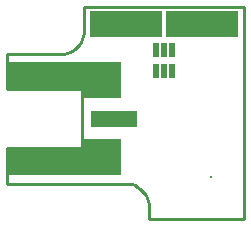
<source format=gts>
%FSLAX24Y24*%
%MOIN*%
G70*
G01*
G75*
%ADD10C,0.0060*%
%ADD11C,0.0256*%
%ADD12R,0.1496X0.0472*%
%ADD13R,0.2480X0.0866*%
%ADD14R,0.1299X0.1122*%
%ADD15R,0.2362X0.0787*%
%ADD16R,0.0142X0.0394*%
%ADD17C,0.0142*%
%ADD18C,0.0100*%
%ADD19C,0.0260*%
%ADD20R,0.0236X0.0157*%
%ADD21R,0.1576X0.0552*%
%ADD22R,0.2560X0.0946*%
%ADD23R,0.1379X0.1202*%
%ADD24R,0.2442X0.0867*%
%ADD25R,0.0201X0.0453*%
%ADD26C,0.0080*%
D18*
X398425Y394095D02*
X398418Y394197D01*
X398398Y394298D01*
X398365Y394396D01*
X398320Y394488D01*
X398262Y394574D01*
X398195Y394651D01*
X398117Y394719D01*
X398032Y394776D01*
X397939Y394822D01*
X397842Y394855D01*
X397741Y394875D01*
X397638Y394882D01*
X395472Y399213D02*
X395575Y399219D01*
X395676Y399239D01*
X395774Y399273D01*
X395866Y399318D01*
X395952Y399375D01*
X396029Y399443D01*
X396097Y399521D01*
X396154Y399606D01*
X396200Y399699D01*
X396233Y399796D01*
X396253Y399897D01*
X396260Y400000D01*
X393701Y394882D02*
X397638D01*
X398425Y393701D02*
Y394095D01*
X393701Y399213D02*
X395472D01*
X393701Y398032D02*
X396181D01*
X393701Y396063D02*
X396181D01*
X393701Y398032D02*
Y399213D01*
Y394882D02*
Y396063D01*
X396181D02*
Y398032D01*
X398425Y393701D02*
X401575D01*
Y400787D01*
X396260D02*
X401575D01*
X396260Y400000D02*
Y400787D01*
D21*
X397244Y397047D02*
D03*
D22*
X394941Y398465D02*
D03*
X394941Y395630D02*
D03*
D23*
X396831Y398337D02*
D03*
Y395758D02*
D03*
D24*
X397638Y400197D02*
D03*
X400197D02*
D03*
D25*
X399177Y398622D02*
D03*
X398657D02*
D03*
X398917D02*
D03*
X399177Y399331D02*
D03*
X398657D02*
D03*
X398917D02*
D03*
D26*
X400492Y395118D02*
D03*
M02*

</source>
